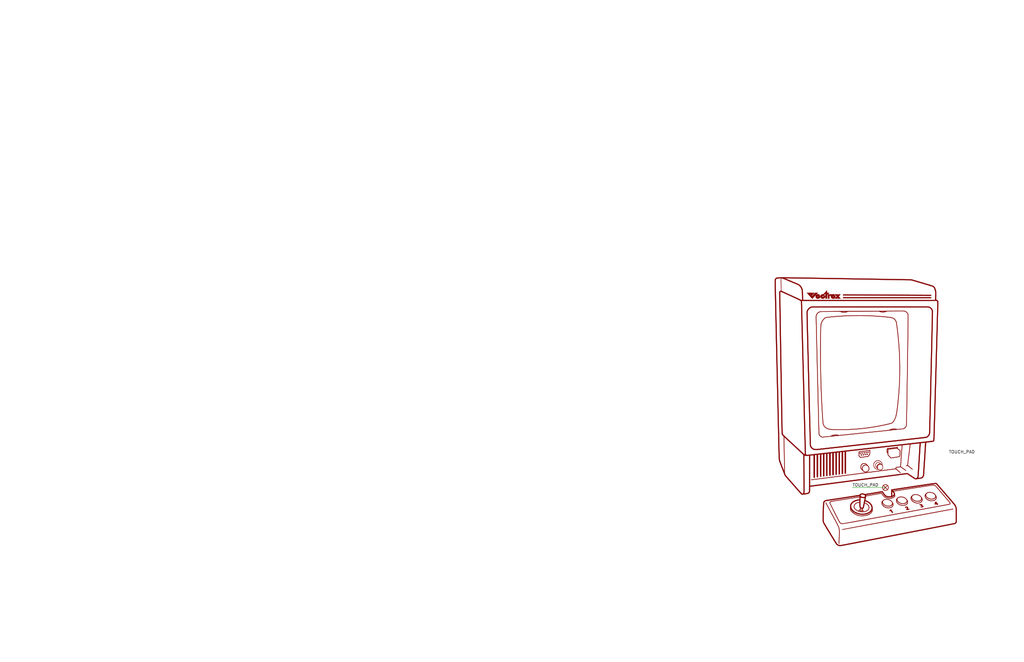
<source format=kicad_sch>
(kicad_sch (version 20211123) (generator eeschema)
  (paper "USLedger")
  (title_block (title "Vectrex SAO") (date "2022-09-24"))
  (lib_symbols
    (symbol "FIDUCIAL{dblquote}{dblquote}_1" (pin_numbers hide) (pin_names hide)
      (symbol "FIDUCIAL{dblquote}{dblquote}_1_1_1"
        (pin input line (at 0 0 180) (length 0) (name "TP") (number "1"))
      )
    )
    (symbol "vectrex:LOGO" (pin_names (offset 1.016)))
  )
  (wire (pts (xy 359.41 205.74) (xy 373.38 205.74)))
  (label "TOUCH_PAD" (at 400.05 191.77 0))
  (label "TOUCH_PAD" (at 359.41 205.74 0))
  (symbol (lib_name "FIDUCIAL{dblquote}{dblquote}_1") (lib_id "vectrex-sao-eagle-import:FIDUCIAL{dblquote}{dblquote}") (at 373.38 205.74 0) (unit 1)
    (property "Reference" "JP1" (effects hide))
    (property "Value" "TOUCH_PAD" (effects hide))
    (property "Footprint" "vectrex-sao:MountingHole_1.5mm_M2_Pad_TopOnly" (effects hide))
  )
  (symbol (lib_id "vectrex:LOGO") (at 364.49 172.72 0) (unit 1)
    (property "Reference" "#G1" (effects hide))
    (property "Value" "LOGO" (effects hide))
  )
)
</source>
